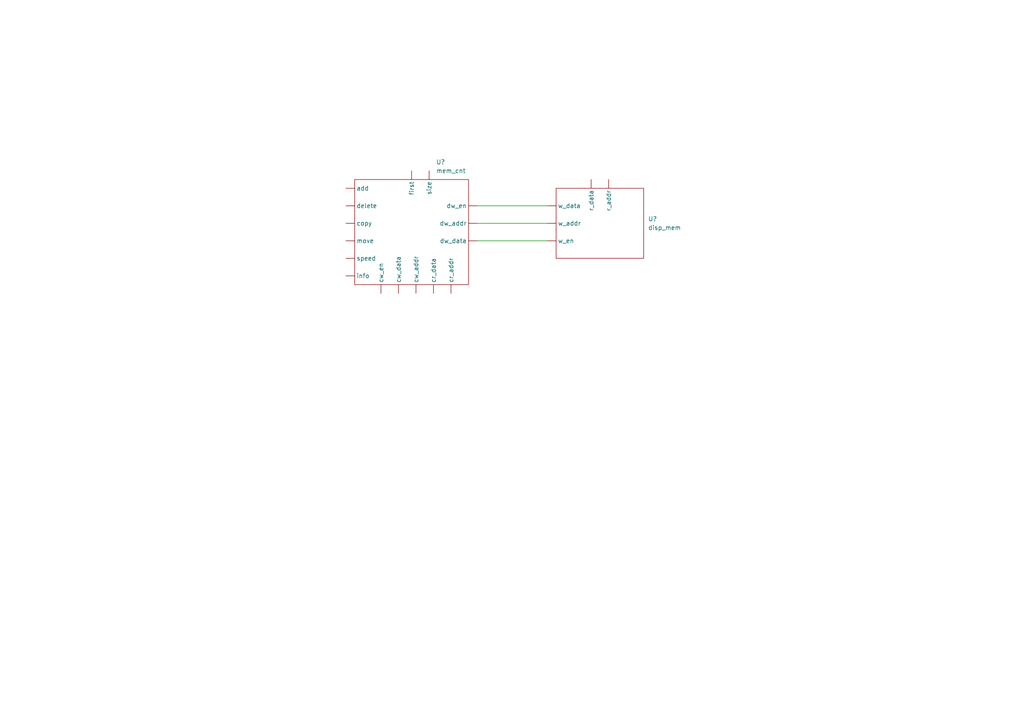
<source format=kicad_sch>
(kicad_sch (version 20211123) (generator eeschema)

  (uuid e26bbb90-da1b-4fc9-9265-8cda9005c68b)

  (paper "A4")

  (lib_symbols
    (symbol "komponente:disp_mem" (in_bom yes) (on_board yes)
      (property "Reference" "U" (id 0) (at 25.4 5.08 0)
        (effects (font (size 1.27 1.27)))
      )
      (property "Value" "disp_mem" (id 1) (at 17.78 10.16 0)
        (effects (font (size 1.27 1.27)))
      )
      (property "Footprint" "" (id 2) (at 16.51 11.43 0)
        (effects (font (size 1.27 1.27)) hide)
      )
      (property "Datasheet" "" (id 3) (at 16.51 11.43 0)
        (effects (font (size 1.27 1.27)) hide)
      )
      (symbol "disp_mem_0_1"
        (rectangle (start 3.81 22.86) (end 29.21 2.54)
          (stroke (width 0) (type default) (color 0 0 0 0))
          (fill (type none))
        )
      )
      (symbol "disp_mem_1_1"
        (pin input line (at 19.05 25.4 270) (length 2.54)
          (name "r_addr" (effects (font (size 1.27 1.27))))
          (number "" (effects (font (size 1.27 1.27))))
        )
        (pin output line (at 13.97 25.4 270) (length 2.54)
          (name "r_data" (effects (font (size 1.27 1.27))))
          (number "" (effects (font (size 1.27 1.27))))
        )
        (pin input line (at 1.27 12.7 0) (length 2.54)
          (name "w_addr" (effects (font (size 1.27 1.27))))
          (number "" (effects (font (size 1.27 1.27))))
        )
        (pin input line (at 1.27 17.78 0) (length 2.54)
          (name "w_data" (effects (font (size 1.27 1.27))))
          (number "" (effects (font (size 1.27 1.27))))
        )
        (pin input line (at 1.27 7.62 0) (length 2.54)
          (name "w_en" (effects (font (size 1.27 1.27))))
          (number "" (effects (font (size 1.27 1.27))))
        )
      )
    )
    (symbol "komponente:mem_cnt" (in_bom yes) (on_board yes)
      (property "Reference" "U" (id 0) (at 16.51 21.59 0)
        (effects (font (size 1.27 1.27)))
      )
      (property "Value" "mem_cnt" (id 1) (at 21.59 24.13 0)
        (effects (font (size 1.27 1.27)))
      )
      (property "Footprint" "" (id 2) (at 21.59 22.86 0)
        (effects (font (size 1.27 1.27)) hide)
      )
      (property "Datasheet" "" (id 3) (at 21.59 22.86 0)
        (effects (font (size 1.27 1.27)) hide)
      )
      (symbol "mem_cnt_0_1"
        (rectangle (start 5.08 39.37) (end 38.1 8.89)
          (stroke (width 0) (type default) (color 0 0 0 0))
          (fill (type none))
        )
      )
      (symbol "mem_cnt_1_1"
        (pin input line (at 2.54 36.83 0) (length 2.54)
          (name "add" (effects (font (size 1.27 1.27))))
          (number "" (effects (font (size 1.27 1.27))))
        )
        (pin input line (at 2.54 26.67 0) (length 2.54)
          (name "copy" (effects (font (size 1.27 1.27))))
          (number "" (effects (font (size 1.27 1.27))))
        )
        (pin output line (at 33.02 6.35 90) (length 2.54)
          (name "cr_addr" (effects (font (size 1.27 1.27))))
          (number "" (effects (font (size 1.27 1.27))))
        )
        (pin input line (at 27.94 6.35 90) (length 2.54)
          (name "cr_data" (effects (font (size 1.27 1.27))))
          (number "" (effects (font (size 1.27 1.27))))
        )
        (pin output line (at 22.86 6.35 90) (length 2.54)
          (name "cw_addr" (effects (font (size 1.27 1.27))))
          (number "" (effects (font (size 1.27 1.27))))
        )
        (pin output line (at 17.78 6.35 90) (length 2.54)
          (name "cw_data" (effects (font (size 1.27 1.27))))
          (number "" (effects (font (size 1.27 1.27))))
        )
        (pin output line (at 12.7 6.35 90) (length 2.54)
          (name "cw_en" (effects (font (size 1.27 1.27))))
          (number "" (effects (font (size 1.27 1.27))))
        )
        (pin input line (at 2.54 31.75 0) (length 2.54)
          (name "delete" (effects (font (size 1.27 1.27))))
          (number "" (effects (font (size 1.27 1.27))))
        )
        (pin output line (at 40.64 26.67 180) (length 2.54)
          (name "dw_addr" (effects (font (size 1.27 1.27))))
          (number "" (effects (font (size 1.27 1.27))))
        )
        (pin output line (at 40.64 21.59 180) (length 2.54)
          (name "dw_data" (effects (font (size 1.27 1.27))))
          (number "" (effects (font (size 1.27 1.27))))
        )
        (pin output line (at 40.64 31.75 180) (length 2.54)
          (name "dw_en" (effects (font (size 1.27 1.27))))
          (number "" (effects (font (size 1.27 1.27))))
        )
        (pin output line (at 21.59 41.91 270) (length 2.54)
          (name "first" (effects (font (size 1.27 1.27))))
          (number "" (effects (font (size 1.27 1.27))))
        )
        (pin input line (at 2.54 11.43 0) (length 2.54)
          (name "info" (effects (font (size 1.27 1.27))))
          (number "" (effects (font (size 1.27 1.27))))
        )
        (pin input line (at 2.54 21.59 0) (length 2.54)
          (name "move" (effects (font (size 1.27 1.27))))
          (number "" (effects (font (size 1.27 1.27))))
        )
        (pin output line (at 26.67 41.91 270) (length 2.54)
          (name "size" (effects (font (size 1.27 1.27))))
          (number "" (effects (font (size 1.27 1.27))))
        )
        (pin input line (at 2.54 16.51 0) (length 2.54)
          (name "speed" (effects (font (size 1.27 1.27))))
          (number "" (effects (font (size 1.27 1.27))))
        )
      )
    )
  )


  (wire (pts (xy 158.75 64.77) (xy 138.43 64.77))
    (stroke (width 0) (type default) (color 0 0 0 0))
    (uuid 0136abce-8a26-4784-82d9-aa3c2ea7a983)
  )
  (wire (pts (xy 158.75 59.69) (xy 138.43 59.69))
    (stroke (width 0) (type default) (color 0 0 0 0))
    (uuid 38380875-285c-4bb3-9fff-20b3cf7fa43e)
  )
  (wire (pts (xy 158.75 69.85) (xy 138.43 69.85))
    (stroke (width 0) (type default) (color 0 0 0 0))
    (uuid 6eb60859-9d79-40e9-8b37-c942ef75c4ba)
  )

  (symbol (lib_id "komponente:mem_cnt") (at 97.79 91.44 0) (unit 1)
    (in_bom yes) (on_board yes) (fields_autoplaced)
    (uuid 1119aae7-c783-4302-9810-680002b4b80f)
    (property "Reference" "U?" (id 0) (at 126.4794 46.99 0)
      (effects (font (size 1.27 1.27)) (justify left))
    )
    (property "Value" "mem_cnt" (id 1) (at 126.4794 49.53 0)
      (effects (font (size 1.27 1.27)) (justify left))
    )
    (property "Footprint" "" (id 2) (at 119.38 68.58 0)
      (effects (font (size 1.27 1.27)) hide)
    )
    (property "Datasheet" "" (id 3) (at 119.38 68.58 0)
      (effects (font (size 1.27 1.27)) hide)
    )
    (pin "" (uuid 01ed9c8c-f203-43f6-bcbf-e3b938008532))
    (pin "" (uuid 01ed9c8c-f203-43f6-bcbf-e3b938008532))
    (pin "" (uuid 01ed9c8c-f203-43f6-bcbf-e3b938008532))
    (pin "" (uuid 01ed9c8c-f203-43f6-bcbf-e3b938008532))
    (pin "" (uuid 01ed9c8c-f203-43f6-bcbf-e3b938008532))
    (pin "" (uuid 01ed9c8c-f203-43f6-bcbf-e3b938008532))
    (pin "" (uuid 01ed9c8c-f203-43f6-bcbf-e3b938008532))
    (pin "" (uuid 01ed9c8c-f203-43f6-bcbf-e3b938008532))
    (pin "" (uuid 01ed9c8c-f203-43f6-bcbf-e3b938008532))
    (pin "" (uuid 01ed9c8c-f203-43f6-bcbf-e3b938008532))
    (pin "" (uuid 01ed9c8c-f203-43f6-bcbf-e3b938008532))
    (pin "" (uuid 01ed9c8c-f203-43f6-bcbf-e3b938008532))
    (pin "" (uuid 01ed9c8c-f203-43f6-bcbf-e3b938008532))
    (pin "" (uuid 01ed9c8c-f203-43f6-bcbf-e3b938008532))
    (pin "" (uuid 01ed9c8c-f203-43f6-bcbf-e3b938008532))
    (pin "" (uuid 01ed9c8c-f203-43f6-bcbf-e3b938008532))
  )

  (symbol (lib_id "komponente:disp_mem") (at 157.48 77.47 0) (unit 1)
    (in_bom yes) (on_board yes) (fields_autoplaced)
    (uuid fd0dd3a8-2bec-4854-9ccd-0559814ba6d0)
    (property "Reference" "U?" (id 0) (at 187.96 63.4999 0)
      (effects (font (size 1.27 1.27)) (justify left))
    )
    (property "Value" "disp_mem" (id 1) (at 187.96 66.0399 0)
      (effects (font (size 1.27 1.27)) (justify left))
    )
    (property "Footprint" "" (id 2) (at 173.99 66.04 0)
      (effects (font (size 1.27 1.27)) hide)
    )
    (property "Datasheet" "" (id 3) (at 173.99 66.04 0)
      (effects (font (size 1.27 1.27)) hide)
    )
    (pin "" (uuid 65a0d10b-09bd-42b2-b968-9a473d516198))
    (pin "" (uuid e0ebee9f-4928-40a3-84ce-5e5d05e54102))
    (pin "" (uuid 0bb68eba-d932-488f-affd-beeb810bfb4c))
    (pin "" (uuid 3b8d71ab-0ba5-4379-b6c4-98ec81ef3eb1))
    (pin "" (uuid ff6dec0e-f165-48d9-8e13-6aad4a262886))
  )

  (sheet_instances
    (path "/" (page "1"))
  )

  (symbol_instances
    (path "/1119aae7-c783-4302-9810-680002b4b80f"
      (reference "U?") (unit 1) (value "mem_cnt") (footprint "")
    )
    (path "/fd0dd3a8-2bec-4854-9ccd-0559814ba6d0"
      (reference "U?") (unit 1) (value "disp_mem") (footprint "")
    )
  )
)

</source>
